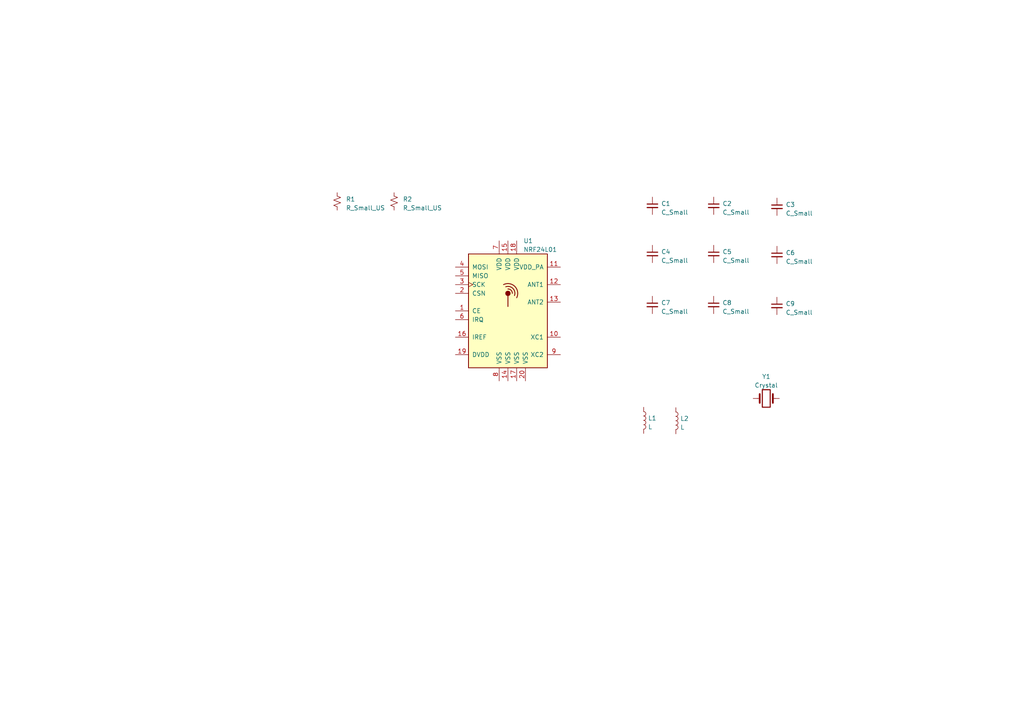
<source format=kicad_sch>
(kicad_sch (version 20230121) (generator eeschema)

  (uuid ba96849d-6135-4293-b668-6e7160ba74ab)

  (paper "A4")

  (lib_symbols
    (symbol "Device:C_Small" (pin_numbers hide) (pin_names (offset 0.254) hide) (in_bom yes) (on_board yes)
      (property "Reference" "C" (at 0.254 1.778 0)
        (effects (font (size 1.27 1.27)) (justify left))
      )
      (property "Value" "C_Small" (at 0.254 -2.032 0)
        (effects (font (size 1.27 1.27)) (justify left))
      )
      (property "Footprint" "" (at 0 0 0)
        (effects (font (size 1.27 1.27)) hide)
      )
      (property "Datasheet" "~" (at 0 0 0)
        (effects (font (size 1.27 1.27)) hide)
      )
      (property "ki_keywords" "capacitor cap" (at 0 0 0)
        (effects (font (size 1.27 1.27)) hide)
      )
      (property "ki_description" "Unpolarized capacitor, small symbol" (at 0 0 0)
        (effects (font (size 1.27 1.27)) hide)
      )
      (property "ki_fp_filters" "C_*" (at 0 0 0)
        (effects (font (size 1.27 1.27)) hide)
      )
      (symbol "C_Small_0_1"
        (polyline
          (pts
            (xy -1.524 -0.508)
            (xy 1.524 -0.508)
          )
          (stroke (width 0.3302) (type default))
          (fill (type none))
        )
        (polyline
          (pts
            (xy -1.524 0.508)
            (xy 1.524 0.508)
          )
          (stroke (width 0.3048) (type default))
          (fill (type none))
        )
      )
      (symbol "C_Small_1_1"
        (pin passive line (at 0 2.54 270) (length 2.032)
          (name "~" (effects (font (size 1.27 1.27))))
          (number "1" (effects (font (size 1.27 1.27))))
        )
        (pin passive line (at 0 -2.54 90) (length 2.032)
          (name "~" (effects (font (size 1.27 1.27))))
          (number "2" (effects (font (size 1.27 1.27))))
        )
      )
    )
    (symbol "Device:Crystal" (pin_numbers hide) (pin_names (offset 1.016) hide) (in_bom yes) (on_board yes)
      (property "Reference" "Y" (at 0 3.81 0)
        (effects (font (size 1.27 1.27)))
      )
      (property "Value" "Crystal" (at 0 -3.81 0)
        (effects (font (size 1.27 1.27)))
      )
      (property "Footprint" "" (at 0 0 0)
        (effects (font (size 1.27 1.27)) hide)
      )
      (property "Datasheet" "~" (at 0 0 0)
        (effects (font (size 1.27 1.27)) hide)
      )
      (property "ki_keywords" "quartz ceramic resonator oscillator" (at 0 0 0)
        (effects (font (size 1.27 1.27)) hide)
      )
      (property "ki_description" "Two pin crystal" (at 0 0 0)
        (effects (font (size 1.27 1.27)) hide)
      )
      (property "ki_fp_filters" "Crystal*" (at 0 0 0)
        (effects (font (size 1.27 1.27)) hide)
      )
      (symbol "Crystal_0_1"
        (rectangle (start -1.143 2.54) (end 1.143 -2.54)
          (stroke (width 0.3048) (type default))
          (fill (type none))
        )
        (polyline
          (pts
            (xy -2.54 0)
            (xy -1.905 0)
          )
          (stroke (width 0) (type default))
          (fill (type none))
        )
        (polyline
          (pts
            (xy -1.905 -1.27)
            (xy -1.905 1.27)
          )
          (stroke (width 0.508) (type default))
          (fill (type none))
        )
        (polyline
          (pts
            (xy 1.905 -1.27)
            (xy 1.905 1.27)
          )
          (stroke (width 0.508) (type default))
          (fill (type none))
        )
        (polyline
          (pts
            (xy 2.54 0)
            (xy 1.905 0)
          )
          (stroke (width 0) (type default))
          (fill (type none))
        )
      )
      (symbol "Crystal_1_1"
        (pin passive line (at -3.81 0 0) (length 1.27)
          (name "1" (effects (font (size 1.27 1.27))))
          (number "1" (effects (font (size 1.27 1.27))))
        )
        (pin passive line (at 3.81 0 180) (length 1.27)
          (name "2" (effects (font (size 1.27 1.27))))
          (number "2" (effects (font (size 1.27 1.27))))
        )
      )
    )
    (symbol "Device:L" (pin_numbers hide) (pin_names (offset 1.016) hide) (in_bom yes) (on_board yes)
      (property "Reference" "L" (at -1.27 0 90)
        (effects (font (size 1.27 1.27)))
      )
      (property "Value" "L" (at 1.905 0 90)
        (effects (font (size 1.27 1.27)))
      )
      (property "Footprint" "" (at 0 0 0)
        (effects (font (size 1.27 1.27)) hide)
      )
      (property "Datasheet" "~" (at 0 0 0)
        (effects (font (size 1.27 1.27)) hide)
      )
      (property "ki_keywords" "inductor choke coil reactor magnetic" (at 0 0 0)
        (effects (font (size 1.27 1.27)) hide)
      )
      (property "ki_description" "Inductor" (at 0 0 0)
        (effects (font (size 1.27 1.27)) hide)
      )
      (property "ki_fp_filters" "Choke_* *Coil* Inductor_* L_*" (at 0 0 0)
        (effects (font (size 1.27 1.27)) hide)
      )
      (symbol "L_0_1"
        (arc (start 0 -2.54) (mid 0.6323 -1.905) (end 0 -1.27)
          (stroke (width 0) (type default))
          (fill (type none))
        )
        (arc (start 0 -1.27) (mid 0.6323 -0.635) (end 0 0)
          (stroke (width 0) (type default))
          (fill (type none))
        )
        (arc (start 0 0) (mid 0.6323 0.635) (end 0 1.27)
          (stroke (width 0) (type default))
          (fill (type none))
        )
        (arc (start 0 1.27) (mid 0.6323 1.905) (end 0 2.54)
          (stroke (width 0) (type default))
          (fill (type none))
        )
      )
      (symbol "L_1_1"
        (pin passive line (at 0 3.81 270) (length 1.27)
          (name "1" (effects (font (size 1.27 1.27))))
          (number "1" (effects (font (size 1.27 1.27))))
        )
        (pin passive line (at 0 -3.81 90) (length 1.27)
          (name "2" (effects (font (size 1.27 1.27))))
          (number "2" (effects (font (size 1.27 1.27))))
        )
      )
    )
    (symbol "Device:R_Small_US" (pin_numbers hide) (pin_names (offset 0.254) hide) (in_bom yes) (on_board yes)
      (property "Reference" "R" (at 0.762 0.508 0)
        (effects (font (size 1.27 1.27)) (justify left))
      )
      (property "Value" "R_Small_US" (at 0.762 -1.016 0)
        (effects (font (size 1.27 1.27)) (justify left))
      )
      (property "Footprint" "" (at 0 0 0)
        (effects (font (size 1.27 1.27)) hide)
      )
      (property "Datasheet" "~" (at 0 0 0)
        (effects (font (size 1.27 1.27)) hide)
      )
      (property "ki_keywords" "r resistor" (at 0 0 0)
        (effects (font (size 1.27 1.27)) hide)
      )
      (property "ki_description" "Resistor, small US symbol" (at 0 0 0)
        (effects (font (size 1.27 1.27)) hide)
      )
      (property "ki_fp_filters" "R_*" (at 0 0 0)
        (effects (font (size 1.27 1.27)) hide)
      )
      (symbol "R_Small_US_1_1"
        (polyline
          (pts
            (xy 0 0)
            (xy 1.016 -0.381)
            (xy 0 -0.762)
            (xy -1.016 -1.143)
            (xy 0 -1.524)
          )
          (stroke (width 0) (type default))
          (fill (type none))
        )
        (polyline
          (pts
            (xy 0 1.524)
            (xy 1.016 1.143)
            (xy 0 0.762)
            (xy -1.016 0.381)
            (xy 0 0)
          )
          (stroke (width 0) (type default))
          (fill (type none))
        )
        (pin passive line (at 0 2.54 270) (length 1.016)
          (name "~" (effects (font (size 1.27 1.27))))
          (number "1" (effects (font (size 1.27 1.27))))
        )
        (pin passive line (at 0 -2.54 90) (length 1.016)
          (name "~" (effects (font (size 1.27 1.27))))
          (number "2" (effects (font (size 1.27 1.27))))
        )
      )
    )
    (symbol "RF:NRF24L01" (pin_names (offset 1.016)) (in_bom yes) (on_board yes)
      (property "Reference" "U" (at -11.43 17.78 0)
        (effects (font (size 1.27 1.27)) (justify left))
      )
      (property "Value" "NRF24L01" (at 5.08 17.78 0)
        (effects (font (size 1.27 1.27)) (justify left))
      )
      (property "Footprint" "Package_DFN_QFN:QFN-20-1EP_4x4mm_P0.5mm_EP2.5x2.5mm" (at 5.08 20.32 0)
        (effects (font (size 1.27 1.27) italic) (justify left) hide)
      )
      (property "Datasheet" "http://www.nordicsemi.com/eng/content/download/2730/34105/file/nRF24L01_Product_Specification_v2_0.pdf" (at 0 2.54 0)
        (effects (font (size 1.27 1.27)) hide)
      )
      (property "ki_keywords" "Low Power RF Transceiver" (at 0 0 0)
        (effects (font (size 1.27 1.27)) hide)
      )
      (property "ki_description" "Ultra low power 2.4GHz RF Transceiver, QFN-20" (at 0 0 0)
        (effects (font (size 1.27 1.27)) hide)
      )
      (property "ki_fp_filters" "QFN*4x4*0.5mm*" (at 0 0 0)
        (effects (font (size 1.27 1.27)) hide)
      )
      (symbol "NRF24L01_0_1"
        (rectangle (start -11.43 16.51) (end 11.43 -16.51)
          (stroke (width 0.254) (type default))
          (fill (type background))
        )
        (polyline
          (pts
            (xy 0 4.445)
            (xy 0 1.27)
          )
          (stroke (width 0.254) (type default))
          (fill (type none))
        )
        (circle (center 0 5.08) (radius 0.635)
          (stroke (width 0.254) (type default))
          (fill (type outline))
        )
        (arc (start 1.27 5.08) (mid 0.9071 5.9946) (end 0 6.35)
          (stroke (width 0.254) (type default))
          (fill (type none))
        )
        (arc (start 1.905 4.445) (mid 1.4313 6.5254) (end -0.635 6.985)
          (stroke (width 0.254) (type default))
          (fill (type none))
        )
        (arc (start 2.54 3.81) (mid 2.008 7.088) (end -1.27 7.62)
          (stroke (width 0.254) (type default))
          (fill (type none))
        )
        (rectangle (start 11.43 -13.97) (end 11.43 -13.97)
          (stroke (width 0) (type default))
          (fill (type none))
        )
      )
      (symbol "NRF24L01_1_1"
        (pin input line (at -15.24 0 0) (length 3.81)
          (name "CE" (effects (font (size 1.27 1.27))))
          (number "1" (effects (font (size 1.27 1.27))))
        )
        (pin passive line (at 15.24 -7.62 180) (length 3.81)
          (name "XC1" (effects (font (size 1.27 1.27))))
          (number "10" (effects (font (size 1.27 1.27))))
        )
        (pin power_out line (at 15.24 12.7 180) (length 3.81)
          (name "VDD_PA" (effects (font (size 1.27 1.27))))
          (number "11" (effects (font (size 1.27 1.27))))
        )
        (pin passive line (at 15.24 7.62 180) (length 3.81)
          (name "ANT1" (effects (font (size 1.27 1.27))))
          (number "12" (effects (font (size 1.27 1.27))))
        )
        (pin passive line (at 15.24 2.54 180) (length 3.81)
          (name "ANT2" (effects (font (size 1.27 1.27))))
          (number "13" (effects (font (size 1.27 1.27))))
        )
        (pin power_in line (at 0 -20.32 90) (length 3.81)
          (name "VSS" (effects (font (size 1.27 1.27))))
          (number "14" (effects (font (size 1.27 1.27))))
        )
        (pin power_in line (at 0 20.32 270) (length 3.81)
          (name "VDD" (effects (font (size 1.27 1.27))))
          (number "15" (effects (font (size 1.27 1.27))))
        )
        (pin passive line (at -15.24 -7.62 0) (length 3.81)
          (name "IREF" (effects (font (size 1.27 1.27))))
          (number "16" (effects (font (size 1.27 1.27))))
        )
        (pin power_in line (at 2.54 -20.32 90) (length 3.81)
          (name "VSS" (effects (font (size 1.27 1.27))))
          (number "17" (effects (font (size 1.27 1.27))))
        )
        (pin power_in line (at 2.54 20.32 270) (length 3.81)
          (name "VDD" (effects (font (size 1.27 1.27))))
          (number "18" (effects (font (size 1.27 1.27))))
        )
        (pin power_out line (at -15.24 -12.7 0) (length 3.81)
          (name "DVDD" (effects (font (size 1.27 1.27))))
          (number "19" (effects (font (size 1.27 1.27))))
        )
        (pin input line (at -15.24 5.08 0) (length 3.81)
          (name "CSN" (effects (font (size 1.27 1.27))))
          (number "2" (effects (font (size 1.27 1.27))))
        )
        (pin power_in line (at 5.08 -20.32 90) (length 3.81)
          (name "VSS" (effects (font (size 1.27 1.27))))
          (number "20" (effects (font (size 1.27 1.27))))
        )
        (pin input clock (at -15.24 7.62 0) (length 3.81)
          (name "SCK" (effects (font (size 1.27 1.27))))
          (number "3" (effects (font (size 1.27 1.27))))
        )
        (pin input line (at -15.24 12.7 0) (length 3.81)
          (name "MOSI" (effects (font (size 1.27 1.27))))
          (number "4" (effects (font (size 1.27 1.27))))
        )
        (pin output line (at -15.24 10.16 0) (length 3.81)
          (name "MISO" (effects (font (size 1.27 1.27))))
          (number "5" (effects (font (size 1.27 1.27))))
        )
        (pin output line (at -15.24 -2.54 0) (length 3.81)
          (name "IRQ" (effects (font (size 1.27 1.27))))
          (number "6" (effects (font (size 1.27 1.27))))
        )
        (pin power_in line (at -2.54 20.32 270) (length 3.81)
          (name "VDD" (effects (font (size 1.27 1.27))))
          (number "7" (effects (font (size 1.27 1.27))))
        )
        (pin power_in line (at -2.54 -20.32 90) (length 3.81)
          (name "VSS" (effects (font (size 1.27 1.27))))
          (number "8" (effects (font (size 1.27 1.27))))
        )
        (pin passive line (at 15.24 -12.7 180) (length 3.81)
          (name "XC2" (effects (font (size 1.27 1.27))))
          (number "9" (effects (font (size 1.27 1.27))))
        )
      )
    )
  )


  (symbol (lib_id "Device:C_Small") (at 225.3355 88.7319 0) (unit 1)
    (in_bom yes) (on_board yes) (dnp no) (fields_autoplaced)
    (uuid 099593a8-1bf5-46eb-ac39-72fa0aa3118b)
    (property "Reference" "C9" (at 227.8755 88.1032 0)
      (effects (font (size 1.27 1.27)) (justify left))
    )
    (property "Value" "C_Small" (at 227.8755 90.6432 0)
      (effects (font (size 1.27 1.27)) (justify left))
    )
    (property "Footprint" "Capacitor_SMD:C_0402_1005Metric" (at 225.3355 88.7319 0)
      (effects (font (size 1.27 1.27)) hide)
    )
    (property "Datasheet" "~" (at 225.3355 88.7319 0)
      (effects (font (size 1.27 1.27)) hide)
    )
    (pin "1" (uuid 5f07e168-6595-4a73-9f9d-9a18ae50e65f))
    (pin "2" (uuid c43e0794-e6b2-4636-9f7c-f38bc49da838))
    (instances
      (project "KeyPad"
        (path "/ba96849d-6135-4293-b668-6e7160ba74ab"
          (reference "C9") (unit 1)
        )
      )
    )
  )

  (symbol (lib_id "Device:C_Small") (at 207.01 73.66 0) (unit 1)
    (in_bom yes) (on_board yes) (dnp no) (fields_autoplaced)
    (uuid 1ffef3de-ea15-4d68-adb7-e2dc722fe397)
    (property "Reference" "C5" (at 209.55 73.0313 0)
      (effects (font (size 1.27 1.27)) (justify left))
    )
    (property "Value" "C_Small" (at 209.55 75.5713 0)
      (effects (font (size 1.27 1.27)) (justify left))
    )
    (property "Footprint" "Capacitor_SMD:C_0402_1005Metric" (at 207.01 73.66 0)
      (effects (font (size 1.27 1.27)) hide)
    )
    (property "Datasheet" "~" (at 207.01 73.66 0)
      (effects (font (size 1.27 1.27)) hide)
    )
    (pin "1" (uuid 463b1575-2700-43fe-9a33-71fe1acb97f4))
    (pin "2" (uuid b0d630ff-925a-433d-88cf-37bf70fe2910))
    (instances
      (project "KeyPad"
        (path "/ba96849d-6135-4293-b668-6e7160ba74ab"
          (reference "C5") (unit 1)
        )
      )
    )
  )

  (symbol (lib_id "Device:Crystal") (at 222.25 115.57 0) (unit 1)
    (in_bom yes) (on_board yes) (dnp no) (fields_autoplaced)
    (uuid 2b1deb13-8eab-46d9-b5fa-3266ff011987)
    (property "Reference" "Y1" (at 222.25 109.22 0)
      (effects (font (size 1.27 1.27)))
    )
    (property "Value" "Crystal" (at 222.25 111.76 0)
      (effects (font (size 1.27 1.27)))
    )
    (property "Footprint" "Crystal:Crystal_SMD_3215-2Pin_3.2x1.5mm" (at 222.25 115.57 0)
      (effects (font (size 1.27 1.27)) hide)
    )
    (property "Datasheet" "~" (at 222.25 115.57 0)
      (effects (font (size 1.27 1.27)) hide)
    )
    (pin "1" (uuid 79e41fe6-7bb7-4790-8a69-204f767f5986))
    (pin "2" (uuid 37d4f569-51b6-43f0-a1f5-a79511cba9cd))
    (instances
      (project "KeyPad"
        (path "/ba96849d-6135-4293-b668-6e7160ba74ab"
          (reference "Y1") (unit 1)
        )
      )
    )
  )

  (symbol (lib_id "Device:C_Small") (at 225.3555 59.9744 0) (unit 1)
    (in_bom yes) (on_board yes) (dnp no) (fields_autoplaced)
    (uuid 3f6abfef-c094-4524-8999-11a50b1f8869)
    (property "Reference" "C3" (at 227.8955 59.3457 0)
      (effects (font (size 1.27 1.27)) (justify left))
    )
    (property "Value" "C_Small" (at 227.8955 61.8857 0)
      (effects (font (size 1.27 1.27)) (justify left))
    )
    (property "Footprint" "Capacitor_SMD:C_0402_1005Metric" (at 225.3555 59.9744 0)
      (effects (font (size 1.27 1.27)) hide)
    )
    (property "Datasheet" "~" (at 225.3555 59.9744 0)
      (effects (font (size 1.27 1.27)) hide)
    )
    (pin "1" (uuid cb7d69ad-36d5-482c-8a06-049a3d2e6b62))
    (pin "2" (uuid d87095be-5f9d-4ee6-9eac-241c1f0ae004))
    (instances
      (project "KeyPad"
        (path "/ba96849d-6135-4293-b668-6e7160ba74ab"
          (reference "C3") (unit 1)
        )
      )
    )
  )

  (symbol (lib_id "Device:L") (at 196.0299 122.0355 0) (unit 1)
    (in_bom yes) (on_board yes) (dnp no) (fields_autoplaced)
    (uuid 5821d13d-3a2e-44f0-a7bf-2d8c93d5ed97)
    (property "Reference" "L2" (at 197.2999 121.4005 0)
      (effects (font (size 1.27 1.27)) (justify left))
    )
    (property "Value" "L" (at 197.2999 123.9405 0)
      (effects (font (size 1.27 1.27)) (justify left))
    )
    (property "Footprint" "Inductor_SMD:L_0402_1005Metric" (at 196.0299 122.0355 0)
      (effects (font (size 1.27 1.27)) hide)
    )
    (property "Datasheet" "~" (at 196.0299 122.0355 0)
      (effects (font (size 1.27 1.27)) hide)
    )
    (pin "1" (uuid 76818545-4903-4208-bedc-cd30d960285a))
    (pin "2" (uuid f5ec3294-345a-453c-b9a5-ca7daa105a67))
    (instances
      (project "KeyPad"
        (path "/ba96849d-6135-4293-b668-6e7160ba74ab"
          (reference "L2") (unit 1)
        )
      )
    )
  )

  (symbol (lib_id "RF:NRF24L01") (at 147.32 90.17 0) (unit 1)
    (in_bom yes) (on_board yes) (dnp no) (fields_autoplaced)
    (uuid 5e7036f7-422d-4e32-bf18-ea3cb8fafed2)
    (property "Reference" "U1" (at 151.8159 69.85 0)
      (effects (font (size 1.27 1.27)) (justify left))
    )
    (property "Value" "NRF24L01" (at 151.8159 72.39 0)
      (effects (font (size 1.27 1.27)) (justify left))
    )
    (property "Footprint" "Package_DFN_QFN:QFN-20-1EP_4x4mm_P0.5mm_EP2.5x2.5mm" (at 152.4 69.85 0)
      (effects (font (size 1.27 1.27) italic) (justify left) hide)
    )
    (property "Datasheet" "http://www.nordicsemi.com/eng/content/download/2730/34105/file/nRF24L01_Product_Specification_v2_0.pdf" (at 147.32 87.63 0)
      (effects (font (size 1.27 1.27)) hide)
    )
    (pin "1" (uuid 3e7d1da6-de67-4a59-b3d4-0c560cd67e7f))
    (pin "10" (uuid b488af0d-7eaa-4f43-b26c-9c45bc03bb19))
    (pin "11" (uuid 27e27369-aa7f-436a-8c2a-739c077bd0ba))
    (pin "12" (uuid 8cfd61b1-ccaa-46b5-8af9-5e866b067b47))
    (pin "13" (uuid ec551ac9-dcb4-4173-8511-cc90966e1983))
    (pin "14" (uuid 7dd506ed-e6c7-4354-b55b-a2969103e338))
    (pin "15" (uuid 8b19c0dd-3c05-4a7d-b988-d78d993661bd))
    (pin "16" (uuid df7b3d95-a07e-4de4-a5ed-629153426a8c))
    (pin "17" (uuid db34c69f-fe20-4c5f-bbd3-b3dc188077ae))
    (pin "18" (uuid 86a12682-e4b3-4fb2-a0f0-110946ad2c15))
    (pin "19" (uuid ae38d630-2390-4d12-acab-033637298780))
    (pin "2" (uuid c2a11146-ab2b-443c-bf56-7ff1178ef2c4))
    (pin "20" (uuid 5d33b007-2da2-4dda-9daf-6bac4ec54b32))
    (pin "3" (uuid 1f29bf40-1b5e-418f-b368-1887a82038ab))
    (pin "4" (uuid e19db095-fa7a-48e8-9511-cc0935050ae0))
    (pin "5" (uuid 2c2ec281-27d8-4d7f-8b2e-543c36defbcc))
    (pin "6" (uuid be0e3dc9-fde3-46fc-8eff-6a7c9074f771))
    (pin "7" (uuid 6f9b5c67-7a2e-4b50-b90e-5b2f7d73f1d5))
    (pin "8" (uuid 0f2dced9-4579-4647-ad36-ac495b9d3712))
    (pin "9" (uuid ed876984-547b-44f3-b859-f65c1cb8bdd1))
    (instances
      (project "KeyPad"
        (path "/ba96849d-6135-4293-b668-6e7160ba74ab"
          (reference "U1") (unit 1)
        )
      )
    )
  )

  (symbol (lib_id "Device:C_Small") (at 189.23 59.69 0) (unit 1)
    (in_bom yes) (on_board yes) (dnp no) (fields_autoplaced)
    (uuid 6687b046-5312-4a72-b7ed-78d7e0b6902f)
    (property "Reference" "C1" (at 191.77 59.0613 0)
      (effects (font (size 1.27 1.27)) (justify left))
    )
    (property "Value" "C_Small" (at 191.77 61.6013 0)
      (effects (font (size 1.27 1.27)) (justify left))
    )
    (property "Footprint" "Capacitor_SMD:C_0402_1005Metric" (at 189.23 59.69 0)
      (effects (font (size 1.27 1.27)) hide)
    )
    (property "Datasheet" "~" (at 189.23 59.69 0)
      (effects (font (size 1.27 1.27)) hide)
    )
    (pin "1" (uuid 0ff49722-9cb2-472c-b348-63f09582ccc6))
    (pin "2" (uuid 34dcf669-1d2d-4396-8ccf-4ff6531d4979))
    (instances
      (project "KeyPad"
        (path "/ba96849d-6135-4293-b668-6e7160ba74ab"
          (reference "C1") (unit 1)
        )
      )
    )
  )

  (symbol (lib_id "Device:C_Small") (at 189.21 88.4475 0) (unit 1)
    (in_bom yes) (on_board yes) (dnp no) (fields_autoplaced)
    (uuid 6a3b1f5d-7604-4e43-af5f-61dad09a6219)
    (property "Reference" "C7" (at 191.75 87.8188 0)
      (effects (font (size 1.27 1.27)) (justify left))
    )
    (property "Value" "C_Small" (at 191.75 90.3588 0)
      (effects (font (size 1.27 1.27)) (justify left))
    )
    (property "Footprint" "Capacitor_SMD:C_0402_1005Metric" (at 189.21 88.4475 0)
      (effects (font (size 1.27 1.27)) hide)
    )
    (property "Datasheet" "~" (at 189.21 88.4475 0)
      (effects (font (size 1.27 1.27)) hide)
    )
    (pin "1" (uuid 2dae43cc-22e4-4a81-9d23-f909d842b74b))
    (pin "2" (uuid 0cfc1d92-deb6-4cb9-baed-a1814588c3a5))
    (instances
      (project "KeyPad"
        (path "/ba96849d-6135-4293-b668-6e7160ba74ab"
          (reference "C7") (unit 1)
        )
      )
    )
  )

  (symbol (lib_id "Device:C_Small") (at 189.23 73.66 0) (unit 1)
    (in_bom yes) (on_board yes) (dnp no) (fields_autoplaced)
    (uuid 6cf9abec-bbd3-4abb-8469-bc54220dbe32)
    (property "Reference" "C4" (at 191.77 73.0313 0)
      (effects (font (size 1.27 1.27)) (justify left))
    )
    (property "Value" "C_Small" (at 191.77 75.5713 0)
      (effects (font (size 1.27 1.27)) (justify left))
    )
    (property "Footprint" "Capacitor_SMD:C_0402_1005Metric" (at 189.23 73.66 0)
      (effects (font (size 1.27 1.27)) hide)
    )
    (property "Datasheet" "~" (at 189.23 73.66 0)
      (effects (font (size 1.27 1.27)) hide)
    )
    (pin "1" (uuid 446210d3-1b3d-4af5-b4a7-669a881200ec))
    (pin "2" (uuid 153b178e-1463-42a7-95cc-400f92f950e1))
    (instances
      (project "KeyPad"
        (path "/ba96849d-6135-4293-b668-6e7160ba74ab"
          (reference "C4") (unit 1)
        )
      )
    )
  )

  (symbol (lib_id "Device:C_Small") (at 206.99 88.4475 0) (unit 1)
    (in_bom yes) (on_board yes) (dnp no) (fields_autoplaced)
    (uuid 77bec8d1-95e0-45fd-bc60-ff4f437188a9)
    (property "Reference" "C8" (at 209.53 87.8188 0)
      (effects (font (size 1.27 1.27)) (justify left))
    )
    (property "Value" "C_Small" (at 209.53 90.3588 0)
      (effects (font (size 1.27 1.27)) (justify left))
    )
    (property "Footprint" "Capacitor_SMD:C_0402_1005Metric" (at 206.99 88.4475 0)
      (effects (font (size 1.27 1.27)) hide)
    )
    (property "Datasheet" "~" (at 206.99 88.4475 0)
      (effects (font (size 1.27 1.27)) hide)
    )
    (pin "1" (uuid 5b9064d9-8ba0-4fd4-9a40-9eb31d2affc3))
    (pin "2" (uuid bcebd2dc-2e3f-49c8-9467-74f78cd7e53e))
    (instances
      (project "KeyPad"
        (path "/ba96849d-6135-4293-b668-6e7160ba74ab"
          (reference "C8") (unit 1)
        )
      )
    )
  )

  (symbol (lib_id "Device:C_Small") (at 225.3555 73.9444 0) (unit 1)
    (in_bom yes) (on_board yes) (dnp no) (fields_autoplaced)
    (uuid a1058a81-3963-467e-8d87-643de8e7b01a)
    (property "Reference" "C6" (at 227.8955 73.3157 0)
      (effects (font (size 1.27 1.27)) (justify left))
    )
    (property "Value" "C_Small" (at 227.8955 75.8557 0)
      (effects (font (size 1.27 1.27)) (justify left))
    )
    (property "Footprint" "Capacitor_SMD:C_0402_1005Metric" (at 225.3555 73.9444 0)
      (effects (font (size 1.27 1.27)) hide)
    )
    (property "Datasheet" "~" (at 225.3555 73.9444 0)
      (effects (font (size 1.27 1.27)) hide)
    )
    (pin "1" (uuid 2fdb84b2-ccf4-4539-a4ae-903bc99fdade))
    (pin "2" (uuid a97d514f-cd2f-468b-8e40-fe4d2c8ef7f8))
    (instances
      (project "KeyPad"
        (path "/ba96849d-6135-4293-b668-6e7160ba74ab"
          (reference "C6") (unit 1)
        )
      )
    )
  )

  (symbol (lib_id "Device:L") (at 186.69 121.92 0) (unit 1)
    (in_bom yes) (on_board yes) (dnp no) (fields_autoplaced)
    (uuid cab556a9-0c53-4981-9018-937095b66e5a)
    (property "Reference" "L1" (at 187.96 121.285 0)
      (effects (font (size 1.27 1.27)) (justify left))
    )
    (property "Value" "L" (at 187.96 123.825 0)
      (effects (font (size 1.27 1.27)) (justify left))
    )
    (property "Footprint" "Inductor_SMD:L_0402_1005Metric" (at 186.69 121.92 0)
      (effects (font (size 1.27 1.27)) hide)
    )
    (property "Datasheet" "~" (at 186.69 121.92 0)
      (effects (font (size 1.27 1.27)) hide)
    )
    (pin "1" (uuid 428f595c-8dc0-41ab-9e0c-5abf8f9f518d))
    (pin "2" (uuid f13de2e2-b7fa-4382-8abc-6e18fc5e9bc4))
    (instances
      (project "KeyPad"
        (path "/ba96849d-6135-4293-b668-6e7160ba74ab"
          (reference "L1") (unit 1)
        )
      )
    )
  )

  (symbol (lib_id "Device:R_Small_US") (at 114.3 58.42 0) (unit 1)
    (in_bom yes) (on_board yes) (dnp no) (fields_autoplaced)
    (uuid e3c9855d-c0a6-4506-bdc6-9d188be947ec)
    (property "Reference" "R2" (at 116.84 57.785 0)
      (effects (font (size 1.27 1.27)) (justify left))
    )
    (property "Value" "R_Small_US" (at 116.84 60.325 0)
      (effects (font (size 1.27 1.27)) (justify left))
    )
    (property "Footprint" "Resistor_SMD:R_0402_1005Metric" (at 114.3 58.42 0)
      (effects (font (size 1.27 1.27)) hide)
    )
    (property "Datasheet" "~" (at 114.3 58.42 0)
      (effects (font (size 1.27 1.27)) hide)
    )
    (pin "1" (uuid 4a6da494-0ba1-4362-9f5d-32dbe6007d7f))
    (pin "2" (uuid 0b7be980-2733-4cd9-a530-28437a5f0e64))
    (instances
      (project "KeyPad"
        (path "/ba96849d-6135-4293-b668-6e7160ba74ab"
          (reference "R2") (unit 1)
        )
      )
    )
  )

  (symbol (lib_id "Device:R_Small_US") (at 97.79 58.42 0) (unit 1)
    (in_bom yes) (on_board yes) (dnp no) (fields_autoplaced)
    (uuid e565f001-1c19-457f-9619-deeb2ff354c5)
    (property "Reference" "R1" (at 100.33 57.785 0)
      (effects (font (size 1.27 1.27)) (justify left))
    )
    (property "Value" "R_Small_US" (at 100.33 60.325 0)
      (effects (font (size 1.27 1.27)) (justify left))
    )
    (property "Footprint" "Resistor_SMD:R_0402_1005Metric" (at 97.79 58.42 0)
      (effects (font (size 1.27 1.27)) hide)
    )
    (property "Datasheet" "~" (at 97.79 58.42 0)
      (effects (font (size 1.27 1.27)) hide)
    )
    (pin "1" (uuid 14f3c7a6-d3bb-4667-8012-8c6d137b21a0))
    (pin "2" (uuid 4f3571e1-5f03-4ab0-90f2-8ae048f7e562))
    (instances
      (project "KeyPad"
        (path "/ba96849d-6135-4293-b668-6e7160ba74ab"
          (reference "R1") (unit 1)
        )
      )
    )
  )

  (symbol (lib_id "Device:C_Small") (at 207.01 59.69 0) (unit 1)
    (in_bom yes) (on_board yes) (dnp no) (fields_autoplaced)
    (uuid e5e6e709-961c-4010-b4d7-46f81fe849a4)
    (property "Reference" "C2" (at 209.55 59.0613 0)
      (effects (font (size 1.27 1.27)) (justify left))
    )
    (property "Value" "C_Small" (at 209.55 61.6013 0)
      (effects (font (size 1.27 1.27)) (justify left))
    )
    (property "Footprint" "Capacitor_SMD:C_0402_1005Metric" (at 207.01 59.69 0)
      (effects (font (size 1.27 1.27)) hide)
    )
    (property "Datasheet" "~" (at 207.01 59.69 0)
      (effects (font (size 1.27 1.27)) hide)
    )
    (pin "1" (uuid 9a3bf0e4-1a90-4621-910a-bf1a4972458f))
    (pin "2" (uuid 7506a2cf-8ae2-44f2-8b7c-6f143ac09fbf))
    (instances
      (project "KeyPad"
        (path "/ba96849d-6135-4293-b668-6e7160ba74ab"
          (reference "C2") (unit 1)
        )
      )
    )
  )

  (sheet_instances
    (path "/" (page "1"))
  )
)

</source>
